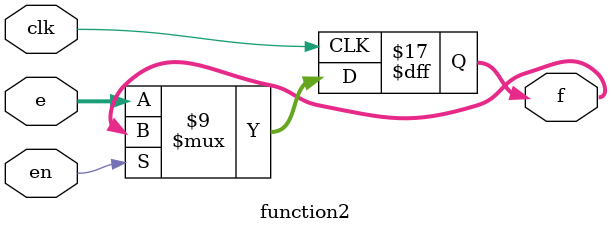
<source format=v>
module function2 (e,f,clk,en);
input clk,en;				//时钟信号clk和低电平使能信号e
input signed [31:0] e;	//累加器的累加结果输入
output signed [31:0] f;	//激活函数的输出
reg signed [31:0] f;

always @ (posedge clk)
begin if (!en) f<=function2(e);	//en为低电平时function2输出
        else   f<=f;					//en为高电平时输出锁存
end

function [31:0] function2;			//函数定义
input signed [31:0] x;
begin 
function2=x;
end
endfunction
endmodule


</source>
